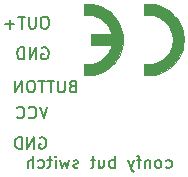
<source format=gbr>
%TF.GenerationSoftware,KiCad,Pcbnew,7.0.1-0*%
%TF.CreationDate,2023-04-25T00:20:10+03:00*%
%TF.ProjectId,power switch with delay,706f7765-7220-4737-9769-746368207769,rev?*%
%TF.SameCoordinates,Original*%
%TF.FileFunction,Legend,Bot*%
%TF.FilePolarity,Positive*%
%FSLAX46Y46*%
G04 Gerber Fmt 4.6, Leading zero omitted, Abs format (unit mm)*
G04 Created by KiCad (PCBNEW 7.0.1-0) date 2023-04-25 00:20:10*
%MOMM*%
%LPD*%
G01*
G04 APERTURE LIST*
%ADD10C,0.150000*%
%ADD11C,0.010000*%
G04 APERTURE END LIST*
D10*
X130333333Y-102830000D02*
X130428571Y-102877619D01*
X130428571Y-102877619D02*
X130619047Y-102877619D01*
X130619047Y-102877619D02*
X130714285Y-102830000D01*
X130714285Y-102830000D02*
X130761904Y-102782380D01*
X130761904Y-102782380D02*
X130809523Y-102687142D01*
X130809523Y-102687142D02*
X130809523Y-102401428D01*
X130809523Y-102401428D02*
X130761904Y-102306190D01*
X130761904Y-102306190D02*
X130714285Y-102258571D01*
X130714285Y-102258571D02*
X130619047Y-102210952D01*
X130619047Y-102210952D02*
X130428571Y-102210952D01*
X130428571Y-102210952D02*
X130333333Y-102258571D01*
X129761904Y-102877619D02*
X129857142Y-102830000D01*
X129857142Y-102830000D02*
X129904761Y-102782380D01*
X129904761Y-102782380D02*
X129952380Y-102687142D01*
X129952380Y-102687142D02*
X129952380Y-102401428D01*
X129952380Y-102401428D02*
X129904761Y-102306190D01*
X129904761Y-102306190D02*
X129857142Y-102258571D01*
X129857142Y-102258571D02*
X129761904Y-102210952D01*
X129761904Y-102210952D02*
X129619047Y-102210952D01*
X129619047Y-102210952D02*
X129523809Y-102258571D01*
X129523809Y-102258571D02*
X129476190Y-102306190D01*
X129476190Y-102306190D02*
X129428571Y-102401428D01*
X129428571Y-102401428D02*
X129428571Y-102687142D01*
X129428571Y-102687142D02*
X129476190Y-102782380D01*
X129476190Y-102782380D02*
X129523809Y-102830000D01*
X129523809Y-102830000D02*
X129619047Y-102877619D01*
X129619047Y-102877619D02*
X129761904Y-102877619D01*
X128999999Y-102210952D02*
X128999999Y-102877619D01*
X128999999Y-102306190D02*
X128952380Y-102258571D01*
X128952380Y-102258571D02*
X128857142Y-102210952D01*
X128857142Y-102210952D02*
X128714285Y-102210952D01*
X128714285Y-102210952D02*
X128619047Y-102258571D01*
X128619047Y-102258571D02*
X128571428Y-102353809D01*
X128571428Y-102353809D02*
X128571428Y-102877619D01*
X128238094Y-102210952D02*
X127857142Y-102210952D01*
X128095237Y-102877619D02*
X128095237Y-102020476D01*
X128095237Y-102020476D02*
X128047618Y-101925238D01*
X128047618Y-101925238D02*
X127952380Y-101877619D01*
X127952380Y-101877619D02*
X127857142Y-101877619D01*
X127619046Y-102210952D02*
X127380951Y-102877619D01*
X127142856Y-102210952D02*
X127380951Y-102877619D01*
X127380951Y-102877619D02*
X127476189Y-103115714D01*
X127476189Y-103115714D02*
X127523808Y-103163333D01*
X127523808Y-103163333D02*
X127619046Y-103210952D01*
X125999998Y-102877619D02*
X125999998Y-101877619D01*
X125999998Y-102258571D02*
X125904760Y-102210952D01*
X125904760Y-102210952D02*
X125714284Y-102210952D01*
X125714284Y-102210952D02*
X125619046Y-102258571D01*
X125619046Y-102258571D02*
X125571427Y-102306190D01*
X125571427Y-102306190D02*
X125523808Y-102401428D01*
X125523808Y-102401428D02*
X125523808Y-102687142D01*
X125523808Y-102687142D02*
X125571427Y-102782380D01*
X125571427Y-102782380D02*
X125619046Y-102830000D01*
X125619046Y-102830000D02*
X125714284Y-102877619D01*
X125714284Y-102877619D02*
X125904760Y-102877619D01*
X125904760Y-102877619D02*
X125999998Y-102830000D01*
X124666665Y-102210952D02*
X124666665Y-102877619D01*
X125095236Y-102210952D02*
X125095236Y-102734761D01*
X125095236Y-102734761D02*
X125047617Y-102830000D01*
X125047617Y-102830000D02*
X124952379Y-102877619D01*
X124952379Y-102877619D02*
X124809522Y-102877619D01*
X124809522Y-102877619D02*
X124714284Y-102830000D01*
X124714284Y-102830000D02*
X124666665Y-102782380D01*
X124333331Y-102210952D02*
X123952379Y-102210952D01*
X124190474Y-101877619D02*
X124190474Y-102734761D01*
X124190474Y-102734761D02*
X124142855Y-102830000D01*
X124142855Y-102830000D02*
X124047617Y-102877619D01*
X124047617Y-102877619D02*
X123952379Y-102877619D01*
X122904759Y-102830000D02*
X122809521Y-102877619D01*
X122809521Y-102877619D02*
X122619045Y-102877619D01*
X122619045Y-102877619D02*
X122523807Y-102830000D01*
X122523807Y-102830000D02*
X122476188Y-102734761D01*
X122476188Y-102734761D02*
X122476188Y-102687142D01*
X122476188Y-102687142D02*
X122523807Y-102591904D01*
X122523807Y-102591904D02*
X122619045Y-102544285D01*
X122619045Y-102544285D02*
X122761902Y-102544285D01*
X122761902Y-102544285D02*
X122857140Y-102496666D01*
X122857140Y-102496666D02*
X122904759Y-102401428D01*
X122904759Y-102401428D02*
X122904759Y-102353809D01*
X122904759Y-102353809D02*
X122857140Y-102258571D01*
X122857140Y-102258571D02*
X122761902Y-102210952D01*
X122761902Y-102210952D02*
X122619045Y-102210952D01*
X122619045Y-102210952D02*
X122523807Y-102258571D01*
X122142854Y-102210952D02*
X121952378Y-102877619D01*
X121952378Y-102877619D02*
X121761902Y-102401428D01*
X121761902Y-102401428D02*
X121571426Y-102877619D01*
X121571426Y-102877619D02*
X121380950Y-102210952D01*
X120999997Y-102877619D02*
X120999997Y-102210952D01*
X120999997Y-101877619D02*
X121047616Y-101925238D01*
X121047616Y-101925238D02*
X120999997Y-101972857D01*
X120999997Y-101972857D02*
X120952378Y-101925238D01*
X120952378Y-101925238D02*
X120999997Y-101877619D01*
X120999997Y-101877619D02*
X120999997Y-101972857D01*
X120666664Y-102210952D02*
X120285712Y-102210952D01*
X120523807Y-101877619D02*
X120523807Y-102734761D01*
X120523807Y-102734761D02*
X120476188Y-102830000D01*
X120476188Y-102830000D02*
X120380950Y-102877619D01*
X120380950Y-102877619D02*
X120285712Y-102877619D01*
X119523807Y-102830000D02*
X119619045Y-102877619D01*
X119619045Y-102877619D02*
X119809521Y-102877619D01*
X119809521Y-102877619D02*
X119904759Y-102830000D01*
X119904759Y-102830000D02*
X119952378Y-102782380D01*
X119952378Y-102782380D02*
X119999997Y-102687142D01*
X119999997Y-102687142D02*
X119999997Y-102401428D01*
X119999997Y-102401428D02*
X119952378Y-102306190D01*
X119952378Y-102306190D02*
X119904759Y-102258571D01*
X119904759Y-102258571D02*
X119809521Y-102210952D01*
X119809521Y-102210952D02*
X119619045Y-102210952D01*
X119619045Y-102210952D02*
X119523807Y-102258571D01*
X119095235Y-102877619D02*
X119095235Y-101877619D01*
X118666664Y-102877619D02*
X118666664Y-102353809D01*
X118666664Y-102353809D02*
X118714283Y-102258571D01*
X118714283Y-102258571D02*
X118809521Y-102210952D01*
X118809521Y-102210952D02*
X118952378Y-102210952D01*
X118952378Y-102210952D02*
X119047616Y-102258571D01*
X119047616Y-102258571D02*
X119095235Y-102306190D01*
X120171428Y-90077619D02*
X119980952Y-90077619D01*
X119980952Y-90077619D02*
X119885714Y-90125238D01*
X119885714Y-90125238D02*
X119790476Y-90220476D01*
X119790476Y-90220476D02*
X119742857Y-90410952D01*
X119742857Y-90410952D02*
X119742857Y-90744285D01*
X119742857Y-90744285D02*
X119790476Y-90934761D01*
X119790476Y-90934761D02*
X119885714Y-91030000D01*
X119885714Y-91030000D02*
X119980952Y-91077619D01*
X119980952Y-91077619D02*
X120171428Y-91077619D01*
X120171428Y-91077619D02*
X120266666Y-91030000D01*
X120266666Y-91030000D02*
X120361904Y-90934761D01*
X120361904Y-90934761D02*
X120409523Y-90744285D01*
X120409523Y-90744285D02*
X120409523Y-90410952D01*
X120409523Y-90410952D02*
X120361904Y-90220476D01*
X120361904Y-90220476D02*
X120266666Y-90125238D01*
X120266666Y-90125238D02*
X120171428Y-90077619D01*
X119314285Y-90077619D02*
X119314285Y-90887142D01*
X119314285Y-90887142D02*
X119266666Y-90982380D01*
X119266666Y-90982380D02*
X119219047Y-91030000D01*
X119219047Y-91030000D02*
X119123809Y-91077619D01*
X119123809Y-91077619D02*
X118933333Y-91077619D01*
X118933333Y-91077619D02*
X118838095Y-91030000D01*
X118838095Y-91030000D02*
X118790476Y-90982380D01*
X118790476Y-90982380D02*
X118742857Y-90887142D01*
X118742857Y-90887142D02*
X118742857Y-90077619D01*
X118409523Y-90077619D02*
X117838095Y-90077619D01*
X118123809Y-91077619D02*
X118123809Y-90077619D01*
X117504761Y-90696666D02*
X116742857Y-90696666D01*
X117123809Y-91077619D02*
X117123809Y-90315714D01*
X119638095Y-100325238D02*
X119733333Y-100277619D01*
X119733333Y-100277619D02*
X119876190Y-100277619D01*
X119876190Y-100277619D02*
X120019047Y-100325238D01*
X120019047Y-100325238D02*
X120114285Y-100420476D01*
X120114285Y-100420476D02*
X120161904Y-100515714D01*
X120161904Y-100515714D02*
X120209523Y-100706190D01*
X120209523Y-100706190D02*
X120209523Y-100849047D01*
X120209523Y-100849047D02*
X120161904Y-101039523D01*
X120161904Y-101039523D02*
X120114285Y-101134761D01*
X120114285Y-101134761D02*
X120019047Y-101230000D01*
X120019047Y-101230000D02*
X119876190Y-101277619D01*
X119876190Y-101277619D02*
X119780952Y-101277619D01*
X119780952Y-101277619D02*
X119638095Y-101230000D01*
X119638095Y-101230000D02*
X119590476Y-101182380D01*
X119590476Y-101182380D02*
X119590476Y-100849047D01*
X119590476Y-100849047D02*
X119780952Y-100849047D01*
X119161904Y-101277619D02*
X119161904Y-100277619D01*
X119161904Y-100277619D02*
X118590476Y-101277619D01*
X118590476Y-101277619D02*
X118590476Y-100277619D01*
X118114285Y-101277619D02*
X118114285Y-100277619D01*
X118114285Y-100277619D02*
X117876190Y-100277619D01*
X117876190Y-100277619D02*
X117733333Y-100325238D01*
X117733333Y-100325238D02*
X117638095Y-100420476D01*
X117638095Y-100420476D02*
X117590476Y-100515714D01*
X117590476Y-100515714D02*
X117542857Y-100706190D01*
X117542857Y-100706190D02*
X117542857Y-100849047D01*
X117542857Y-100849047D02*
X117590476Y-101039523D01*
X117590476Y-101039523D02*
X117638095Y-101134761D01*
X117638095Y-101134761D02*
X117733333Y-101230000D01*
X117733333Y-101230000D02*
X117876190Y-101277619D01*
X117876190Y-101277619D02*
X118114285Y-101277619D01*
X120304761Y-97677619D02*
X119971428Y-98677619D01*
X119971428Y-98677619D02*
X119638095Y-97677619D01*
X118733333Y-98582380D02*
X118780952Y-98630000D01*
X118780952Y-98630000D02*
X118923809Y-98677619D01*
X118923809Y-98677619D02*
X119019047Y-98677619D01*
X119019047Y-98677619D02*
X119161904Y-98630000D01*
X119161904Y-98630000D02*
X119257142Y-98534761D01*
X119257142Y-98534761D02*
X119304761Y-98439523D01*
X119304761Y-98439523D02*
X119352380Y-98249047D01*
X119352380Y-98249047D02*
X119352380Y-98106190D01*
X119352380Y-98106190D02*
X119304761Y-97915714D01*
X119304761Y-97915714D02*
X119257142Y-97820476D01*
X119257142Y-97820476D02*
X119161904Y-97725238D01*
X119161904Y-97725238D02*
X119019047Y-97677619D01*
X119019047Y-97677619D02*
X118923809Y-97677619D01*
X118923809Y-97677619D02*
X118780952Y-97725238D01*
X118780952Y-97725238D02*
X118733333Y-97772857D01*
X117733333Y-98582380D02*
X117780952Y-98630000D01*
X117780952Y-98630000D02*
X117923809Y-98677619D01*
X117923809Y-98677619D02*
X118019047Y-98677619D01*
X118019047Y-98677619D02*
X118161904Y-98630000D01*
X118161904Y-98630000D02*
X118257142Y-98534761D01*
X118257142Y-98534761D02*
X118304761Y-98439523D01*
X118304761Y-98439523D02*
X118352380Y-98249047D01*
X118352380Y-98249047D02*
X118352380Y-98106190D01*
X118352380Y-98106190D02*
X118304761Y-97915714D01*
X118304761Y-97915714D02*
X118257142Y-97820476D01*
X118257142Y-97820476D02*
X118161904Y-97725238D01*
X118161904Y-97725238D02*
X118019047Y-97677619D01*
X118019047Y-97677619D02*
X117923809Y-97677619D01*
X117923809Y-97677619D02*
X117780952Y-97725238D01*
X117780952Y-97725238D02*
X117733333Y-97772857D01*
X122428571Y-95953809D02*
X122285714Y-96001428D01*
X122285714Y-96001428D02*
X122238095Y-96049047D01*
X122238095Y-96049047D02*
X122190476Y-96144285D01*
X122190476Y-96144285D02*
X122190476Y-96287142D01*
X122190476Y-96287142D02*
X122238095Y-96382380D01*
X122238095Y-96382380D02*
X122285714Y-96430000D01*
X122285714Y-96430000D02*
X122380952Y-96477619D01*
X122380952Y-96477619D02*
X122761904Y-96477619D01*
X122761904Y-96477619D02*
X122761904Y-95477619D01*
X122761904Y-95477619D02*
X122428571Y-95477619D01*
X122428571Y-95477619D02*
X122333333Y-95525238D01*
X122333333Y-95525238D02*
X122285714Y-95572857D01*
X122285714Y-95572857D02*
X122238095Y-95668095D01*
X122238095Y-95668095D02*
X122238095Y-95763333D01*
X122238095Y-95763333D02*
X122285714Y-95858571D01*
X122285714Y-95858571D02*
X122333333Y-95906190D01*
X122333333Y-95906190D02*
X122428571Y-95953809D01*
X122428571Y-95953809D02*
X122761904Y-95953809D01*
X121761904Y-95477619D02*
X121761904Y-96287142D01*
X121761904Y-96287142D02*
X121714285Y-96382380D01*
X121714285Y-96382380D02*
X121666666Y-96430000D01*
X121666666Y-96430000D02*
X121571428Y-96477619D01*
X121571428Y-96477619D02*
X121380952Y-96477619D01*
X121380952Y-96477619D02*
X121285714Y-96430000D01*
X121285714Y-96430000D02*
X121238095Y-96382380D01*
X121238095Y-96382380D02*
X121190476Y-96287142D01*
X121190476Y-96287142D02*
X121190476Y-95477619D01*
X120857142Y-95477619D02*
X120285714Y-95477619D01*
X120571428Y-96477619D02*
X120571428Y-95477619D01*
X120095237Y-95477619D02*
X119523809Y-95477619D01*
X119809523Y-96477619D02*
X119809523Y-95477619D01*
X118999999Y-95477619D02*
X118809523Y-95477619D01*
X118809523Y-95477619D02*
X118714285Y-95525238D01*
X118714285Y-95525238D02*
X118619047Y-95620476D01*
X118619047Y-95620476D02*
X118571428Y-95810952D01*
X118571428Y-95810952D02*
X118571428Y-96144285D01*
X118571428Y-96144285D02*
X118619047Y-96334761D01*
X118619047Y-96334761D02*
X118714285Y-96430000D01*
X118714285Y-96430000D02*
X118809523Y-96477619D01*
X118809523Y-96477619D02*
X118999999Y-96477619D01*
X118999999Y-96477619D02*
X119095237Y-96430000D01*
X119095237Y-96430000D02*
X119190475Y-96334761D01*
X119190475Y-96334761D02*
X119238094Y-96144285D01*
X119238094Y-96144285D02*
X119238094Y-95810952D01*
X119238094Y-95810952D02*
X119190475Y-95620476D01*
X119190475Y-95620476D02*
X119095237Y-95525238D01*
X119095237Y-95525238D02*
X118999999Y-95477619D01*
X118142856Y-96477619D02*
X118142856Y-95477619D01*
X118142856Y-95477619D02*
X117571428Y-96477619D01*
X117571428Y-96477619D02*
X117571428Y-95477619D01*
X119838095Y-92725238D02*
X119933333Y-92677619D01*
X119933333Y-92677619D02*
X120076190Y-92677619D01*
X120076190Y-92677619D02*
X120219047Y-92725238D01*
X120219047Y-92725238D02*
X120314285Y-92820476D01*
X120314285Y-92820476D02*
X120361904Y-92915714D01*
X120361904Y-92915714D02*
X120409523Y-93106190D01*
X120409523Y-93106190D02*
X120409523Y-93249047D01*
X120409523Y-93249047D02*
X120361904Y-93439523D01*
X120361904Y-93439523D02*
X120314285Y-93534761D01*
X120314285Y-93534761D02*
X120219047Y-93630000D01*
X120219047Y-93630000D02*
X120076190Y-93677619D01*
X120076190Y-93677619D02*
X119980952Y-93677619D01*
X119980952Y-93677619D02*
X119838095Y-93630000D01*
X119838095Y-93630000D02*
X119790476Y-93582380D01*
X119790476Y-93582380D02*
X119790476Y-93249047D01*
X119790476Y-93249047D02*
X119980952Y-93249047D01*
X119361904Y-93677619D02*
X119361904Y-92677619D01*
X119361904Y-92677619D02*
X118790476Y-93677619D01*
X118790476Y-93677619D02*
X118790476Y-92677619D01*
X118314285Y-93677619D02*
X118314285Y-92677619D01*
X118314285Y-92677619D02*
X118076190Y-92677619D01*
X118076190Y-92677619D02*
X117933333Y-92725238D01*
X117933333Y-92725238D02*
X117838095Y-92820476D01*
X117838095Y-92820476D02*
X117790476Y-92915714D01*
X117790476Y-92915714D02*
X117742857Y-93106190D01*
X117742857Y-93106190D02*
X117742857Y-93249047D01*
X117742857Y-93249047D02*
X117790476Y-93439523D01*
X117790476Y-93439523D02*
X117838095Y-93534761D01*
X117838095Y-93534761D02*
X117933333Y-93630000D01*
X117933333Y-93630000D02*
X118076190Y-93677619D01*
X118076190Y-93677619D02*
X118314285Y-93677619D01*
%TO.C,REF\u002A\u002A*%
D11*
X123647787Y-88984008D02*
X123759313Y-88984968D01*
X123892615Y-88989356D01*
X124012480Y-88997981D01*
X124126300Y-89011592D01*
X124241470Y-89030938D01*
X124365381Y-89056769D01*
X124465691Y-89081267D01*
X124722400Y-89162322D01*
X124972491Y-89267517D01*
X125213515Y-89395325D01*
X125443027Y-89544214D01*
X125658578Y-89712656D01*
X125857720Y-89899121D01*
X126038007Y-90102079D01*
X126041427Y-90106325D01*
X126202924Y-90328177D01*
X126343879Y-90565877D01*
X126463609Y-90817809D01*
X126561431Y-91082354D01*
X126636661Y-91357894D01*
X126688617Y-91642812D01*
X126694662Y-91700752D01*
X126699834Y-91787298D01*
X126702981Y-91887925D01*
X126704105Y-91996009D01*
X126703208Y-92104923D01*
X126700292Y-92208046D01*
X126695359Y-92298751D01*
X126688410Y-92370416D01*
X126685865Y-92389155D01*
X126634588Y-92667092D01*
X126559289Y-92938532D01*
X126460975Y-93201089D01*
X126340652Y-93452378D01*
X126199327Y-93690012D01*
X126038007Y-93911607D01*
X126001460Y-93955859D01*
X125867650Y-94101982D01*
X125716573Y-94246431D01*
X125554786Y-94383545D01*
X125388844Y-94507667D01*
X125225303Y-94613135D01*
X125169501Y-94645068D01*
X124956315Y-94752465D01*
X124730575Y-94845284D01*
X124498614Y-94921376D01*
X124266763Y-94978594D01*
X124041354Y-95014789D01*
X124034289Y-95015526D01*
X123985821Y-95018981D01*
X123917842Y-95022126D01*
X123836109Y-95024766D01*
X123746376Y-95026709D01*
X123654401Y-95027762D01*
X123366667Y-95029479D01*
X123366667Y-94096776D01*
X123654401Y-94096799D01*
X123725141Y-94096664D01*
X123810832Y-94095769D01*
X123879119Y-94093702D01*
X123935391Y-94090078D01*
X123985042Y-94084513D01*
X124033462Y-94076622D01*
X124086044Y-94066021D01*
X124091745Y-94064794D01*
X124325262Y-94001206D01*
X124546309Y-93914624D01*
X124753891Y-93805719D01*
X124947010Y-93675163D01*
X125124667Y-93523630D01*
X125285866Y-93351791D01*
X125429608Y-93160319D01*
X125439064Y-93145967D01*
X125495440Y-93051569D01*
X125551718Y-92943892D01*
X125604815Y-92829878D01*
X125651648Y-92716469D01*
X125689136Y-92610611D01*
X125714196Y-92519244D01*
X125723561Y-92476250D01*
X123961979Y-92476250D01*
X123961979Y-91536979D01*
X125723561Y-91536979D01*
X125714196Y-91493984D01*
X125708102Y-91468388D01*
X125680625Y-91377488D01*
X125642318Y-91273702D01*
X125596164Y-91163866D01*
X125545145Y-91054820D01*
X125492244Y-90953402D01*
X125440446Y-90866449D01*
X125415807Y-90829379D01*
X125275547Y-90646430D01*
X125115951Y-90480418D01*
X124938780Y-90332544D01*
X124745799Y-90204009D01*
X124538768Y-90096012D01*
X124319451Y-90009754D01*
X124089611Y-89946436D01*
X124055711Y-89939308D01*
X124009012Y-89931008D01*
X123961524Y-89924996D01*
X123908112Y-89920914D01*
X123843645Y-89918408D01*
X123762990Y-89917120D01*
X123661015Y-89916695D01*
X123366665Y-89916406D01*
X123366667Y-88983750D01*
X123647787Y-88984008D01*
G36*
X123647787Y-88984008D02*
G01*
X123759313Y-88984968D01*
X123892615Y-88989356D01*
X124012480Y-88997981D01*
X124126300Y-89011592D01*
X124241470Y-89030938D01*
X124365381Y-89056769D01*
X124465691Y-89081267D01*
X124722400Y-89162322D01*
X124972491Y-89267517D01*
X125213515Y-89395325D01*
X125443027Y-89544214D01*
X125658578Y-89712656D01*
X125857720Y-89899121D01*
X126038007Y-90102079D01*
X126041427Y-90106325D01*
X126202924Y-90328177D01*
X126343879Y-90565877D01*
X126463609Y-90817809D01*
X126561431Y-91082354D01*
X126636661Y-91357894D01*
X126688617Y-91642812D01*
X126694662Y-91700752D01*
X126699834Y-91787298D01*
X126702981Y-91887925D01*
X126704105Y-91996009D01*
X126703208Y-92104923D01*
X126700292Y-92208046D01*
X126695359Y-92298751D01*
X126688410Y-92370416D01*
X126685865Y-92389155D01*
X126634588Y-92667092D01*
X126559289Y-92938532D01*
X126460975Y-93201089D01*
X126340652Y-93452378D01*
X126199327Y-93690012D01*
X126038007Y-93911607D01*
X126001460Y-93955859D01*
X125867650Y-94101982D01*
X125716573Y-94246431D01*
X125554786Y-94383545D01*
X125388844Y-94507667D01*
X125225303Y-94613135D01*
X125169501Y-94645068D01*
X124956315Y-94752465D01*
X124730575Y-94845284D01*
X124498614Y-94921376D01*
X124266763Y-94978594D01*
X124041354Y-95014789D01*
X124034289Y-95015526D01*
X123985821Y-95018981D01*
X123917842Y-95022126D01*
X123836109Y-95024766D01*
X123746376Y-95026709D01*
X123654401Y-95027762D01*
X123366667Y-95029479D01*
X123366667Y-94096776D01*
X123654401Y-94096799D01*
X123725141Y-94096664D01*
X123810832Y-94095769D01*
X123879119Y-94093702D01*
X123935391Y-94090078D01*
X123985042Y-94084513D01*
X124033462Y-94076622D01*
X124086044Y-94066021D01*
X124091745Y-94064794D01*
X124325262Y-94001206D01*
X124546309Y-93914624D01*
X124753891Y-93805719D01*
X124947010Y-93675163D01*
X125124667Y-93523630D01*
X125285866Y-93351791D01*
X125429608Y-93160319D01*
X125439064Y-93145967D01*
X125495440Y-93051569D01*
X125551718Y-92943892D01*
X125604815Y-92829878D01*
X125651648Y-92716469D01*
X125689136Y-92610611D01*
X125714196Y-92519244D01*
X125723561Y-92476250D01*
X123961979Y-92476250D01*
X123961979Y-91536979D01*
X125723561Y-91536979D01*
X125714196Y-91493984D01*
X125708102Y-91468388D01*
X125680625Y-91377488D01*
X125642318Y-91273702D01*
X125596164Y-91163866D01*
X125545145Y-91054820D01*
X125492244Y-90953402D01*
X125440446Y-90866449D01*
X125415807Y-90829379D01*
X125275547Y-90646430D01*
X125115951Y-90480418D01*
X124938780Y-90332544D01*
X124745799Y-90204009D01*
X124538768Y-90096012D01*
X124319451Y-90009754D01*
X124089611Y-89946436D01*
X124055711Y-89939308D01*
X124009012Y-89931008D01*
X123961524Y-89924996D01*
X123908112Y-89920914D01*
X123843645Y-89918408D01*
X123762990Y-89917120D01*
X123661015Y-89916695D01*
X123366665Y-89916406D01*
X123366667Y-88983750D01*
X123647787Y-88984008D01*
G37*
X128823764Y-88984612D02*
X128912450Y-88986413D01*
X128999419Y-88989212D01*
X129079782Y-88992930D01*
X129148646Y-88997490D01*
X129201120Y-89002813D01*
X129391921Y-89034241D01*
X129665623Y-89101153D01*
X129929787Y-89191971D01*
X130183047Y-89305897D01*
X130424041Y-89442133D01*
X130651402Y-89599882D01*
X130863767Y-89778344D01*
X131059770Y-89976723D01*
X131238048Y-90194218D01*
X131316872Y-90305017D01*
X131464354Y-90545637D01*
X131588081Y-90797714D01*
X131687795Y-91060614D01*
X131763241Y-91333706D01*
X131814162Y-91616354D01*
X131817963Y-91648472D01*
X131825334Y-91742014D01*
X131830066Y-91851854D01*
X131832161Y-91970887D01*
X131831618Y-92092009D01*
X131828437Y-92208118D01*
X131822618Y-92312107D01*
X131814162Y-92396875D01*
X131800945Y-92485709D01*
X131742808Y-92762383D01*
X131660958Y-93029070D01*
X131556385Y-93284573D01*
X131430079Y-93527698D01*
X131283030Y-93757247D01*
X131116227Y-93972026D01*
X130930660Y-94170838D01*
X130727320Y-94352487D01*
X130507195Y-94515777D01*
X130271277Y-94659513D01*
X130020553Y-94782498D01*
X129756016Y-94883536D01*
X129674934Y-94908667D01*
X129547338Y-94943083D01*
X129414872Y-94973706D01*
X129287271Y-94998341D01*
X129174271Y-95014789D01*
X129173762Y-95014847D01*
X129128417Y-95018531D01*
X129065909Y-95021663D01*
X128991083Y-95024197D01*
X128908783Y-95026083D01*
X128823854Y-95027274D01*
X128741142Y-95027723D01*
X128665490Y-95027382D01*
X128601744Y-95026203D01*
X128554749Y-95024138D01*
X128529349Y-95021141D01*
X128499583Y-95013164D01*
X128499583Y-94096186D01*
X128774089Y-94096504D01*
X128829233Y-94096352D01*
X128954742Y-94093680D01*
X129062894Y-94087016D01*
X129160130Y-94075463D01*
X129252893Y-94058129D01*
X129347623Y-94034118D01*
X129450763Y-94002535D01*
X129634252Y-93933336D01*
X129842307Y-93829931D01*
X130035845Y-93705719D01*
X130213579Y-93562168D01*
X130374219Y-93400748D01*
X130516478Y-93222928D01*
X130639069Y-93030177D01*
X130740701Y-92823965D01*
X130820089Y-92605759D01*
X130875943Y-92377031D01*
X130877181Y-92370233D01*
X130889149Y-92280571D01*
X130897116Y-92173837D01*
X130901074Y-92057234D01*
X130901015Y-91937965D01*
X130896934Y-91823234D01*
X130888823Y-91720244D01*
X130876674Y-91636197D01*
X130856515Y-91543629D01*
X130788456Y-91314193D01*
X130697234Y-91096394D01*
X130583527Y-90891520D01*
X130448015Y-90700861D01*
X130291378Y-90525705D01*
X130232099Y-90468408D01*
X130079702Y-90339326D01*
X129917062Y-90227977D01*
X129736511Y-90128879D01*
X129660803Y-90092911D01*
X129478168Y-90018839D01*
X129297580Y-89965075D01*
X129113141Y-89930382D01*
X128918953Y-89913523D01*
X128709119Y-89913259D01*
X128499583Y-89920530D01*
X128499583Y-89000065D01*
X128529349Y-88992088D01*
X128549697Y-88988945D01*
X128596330Y-88985975D01*
X128660813Y-88984315D01*
X128738255Y-88983887D01*
X128823764Y-88984612D01*
G36*
X128823764Y-88984612D02*
G01*
X128912450Y-88986413D01*
X128999419Y-88989212D01*
X129079782Y-88992930D01*
X129148646Y-88997490D01*
X129201120Y-89002813D01*
X129391921Y-89034241D01*
X129665623Y-89101153D01*
X129929787Y-89191971D01*
X130183047Y-89305897D01*
X130424041Y-89442133D01*
X130651402Y-89599882D01*
X130863767Y-89778344D01*
X131059770Y-89976723D01*
X131238048Y-90194218D01*
X131316872Y-90305017D01*
X131464354Y-90545637D01*
X131588081Y-90797714D01*
X131687795Y-91060614D01*
X131763241Y-91333706D01*
X131814162Y-91616354D01*
X131817963Y-91648472D01*
X131825334Y-91742014D01*
X131830066Y-91851854D01*
X131832161Y-91970887D01*
X131831618Y-92092009D01*
X131828437Y-92208118D01*
X131822618Y-92312107D01*
X131814162Y-92396875D01*
X131800945Y-92485709D01*
X131742808Y-92762383D01*
X131660958Y-93029070D01*
X131556385Y-93284573D01*
X131430079Y-93527698D01*
X131283030Y-93757247D01*
X131116227Y-93972026D01*
X130930660Y-94170838D01*
X130727320Y-94352487D01*
X130507195Y-94515777D01*
X130271277Y-94659513D01*
X130020553Y-94782498D01*
X129756016Y-94883536D01*
X129674934Y-94908667D01*
X129547338Y-94943083D01*
X129414872Y-94973706D01*
X129287271Y-94998341D01*
X129174271Y-95014789D01*
X129173762Y-95014847D01*
X129128417Y-95018531D01*
X129065909Y-95021663D01*
X128991083Y-95024197D01*
X128908783Y-95026083D01*
X128823854Y-95027274D01*
X128741142Y-95027723D01*
X128665490Y-95027382D01*
X128601744Y-95026203D01*
X128554749Y-95024138D01*
X128529349Y-95021141D01*
X128499583Y-95013164D01*
X128499583Y-94096186D01*
X128774089Y-94096504D01*
X128829233Y-94096352D01*
X128954742Y-94093680D01*
X129062894Y-94087016D01*
X129160130Y-94075463D01*
X129252893Y-94058129D01*
X129347623Y-94034118D01*
X129450763Y-94002535D01*
X129634252Y-93933336D01*
X129842307Y-93829931D01*
X130035845Y-93705719D01*
X130213579Y-93562168D01*
X130374219Y-93400748D01*
X130516478Y-93222928D01*
X130639069Y-93030177D01*
X130740701Y-92823965D01*
X130820089Y-92605759D01*
X130875943Y-92377031D01*
X130877181Y-92370233D01*
X130889149Y-92280571D01*
X130897116Y-92173837D01*
X130901074Y-92057234D01*
X130901015Y-91937965D01*
X130896934Y-91823234D01*
X130888823Y-91720244D01*
X130876674Y-91636197D01*
X130856515Y-91543629D01*
X130788456Y-91314193D01*
X130697234Y-91096394D01*
X130583527Y-90891520D01*
X130448015Y-90700861D01*
X130291378Y-90525705D01*
X130232099Y-90468408D01*
X130079702Y-90339326D01*
X129917062Y-90227977D01*
X129736511Y-90128879D01*
X129660803Y-90092911D01*
X129478168Y-90018839D01*
X129297580Y-89965075D01*
X129113141Y-89930382D01*
X128918953Y-89913523D01*
X128709119Y-89913259D01*
X128499583Y-89920530D01*
X128499583Y-89000065D01*
X128529349Y-88992088D01*
X128549697Y-88988945D01*
X128596330Y-88985975D01*
X128660813Y-88984315D01*
X128738255Y-88983887D01*
X128823764Y-88984612D01*
G37*
%TD*%
M02*

</source>
